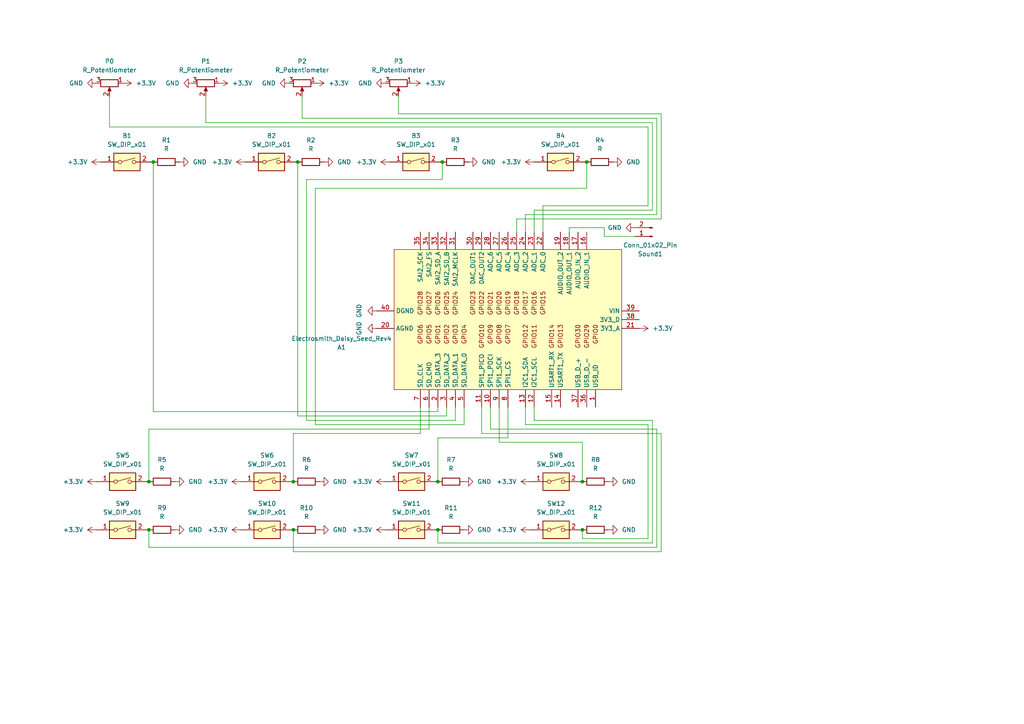
<source format=kicad_sch>
(kicad_sch (version 20230121) (generator eeschema)
  (paper "A4")
  (lib_symbols
    (symbol "Connector:Conn_01x02_Pin" (pin_names (offset 1.016) hide)
      (property "Reference" "J" (at 0 2.54 0))
      (property "Value" "Conn_01x02_Pin" (at 0 -5.08 0))
      (symbol "Conn_01x02_Pin_1_1"
        (polyline (pts (xy 1.27 -2.54) (xy 0.8636 -2.54)) (stroke (width 0.1524)))
        (polyline (pts (xy 1.27 0) (xy 0.8636 0)) (stroke (width 0.1524)))
        (rectangle (start 0.8636 -2.413) (end 0 -2.667) (stroke (width 0.1524)) (fill (type outline)))
        (rectangle (start 0.8636 0.127) (end 0 -0.127) (stroke (width 0.1524)) (fill (type outline)))
        (pin passive line (at 5.08 0 180) (length 3.81) (name "Pin_1") (number "1"))
        (pin passive line (at 5.08 -2.54 180) (length 3.81) (name "Pin_2") (number "2"))
      )
    )
    (symbol "Device:R" (pin_numbers hide) (pin_names (offset 0))
      (property "Reference" "R" (at 2.032 0 90))
      (property "Value" "R" (at 0 0 90))
      (symbol "R_0_1"
        (rectangle (start -1.016 -2.54) (end 1.016 2.54) (stroke (width 0.254)))
      )
      (symbol "R_1_1"
        (pin passive line (at 0 3.81 270) (length 1.27) (name "~") (number "1"))
        (pin passive line (at 0 -3.81 90) (length 1.27) (name "~") (number "2"))
      )
    )
    (symbol "Device:R_Potentiometer" (pin_names (offset 1.016) hide)
      (property "Reference" "RV" (at -4.445 0 90))
      (property "Value" "R_Potentiometer" (at -2.54 0 90))
      (symbol "R_Potentiometer_0_1"
        (polyline (pts (xy 2.54 0) (xy 1.524 0)))
        (polyline (pts (xy 1.143 0) (xy 2.286 0.508) (xy 2.286 -0.508) (xy 1.143 0)) (fill (type outline)))
        (rectangle (start 1.016 2.54) (end -1.016 -2.54) (stroke (width 0.254)))
      )
      (symbol "R_Potentiometer_1_1"
        (pin passive line (at 0 3.81 270) (length 1.27) (name "1") (number "1"))
        (pin passive line (at 3.81 0 180) (length 1.27) (name "2") (number "2"))
        (pin passive line (at 0 -3.81 90) (length 1.27) (name "3") (number "3"))
      )
    )
    (symbol "MCU_Module:Electrosmith_Daisy_Seed_Rev4"
      (property "Reference" "A" (at -20.32 34.29 0))
      (property "Value" "Electrosmith_Daisy_Seed_Rev4" (at 33.02 34.29 0))
      (symbol "Electrosmith_Daisy_Seed_Rev4_0_0"
        (text "GPIO0" (at 1.27 25.4 0) (effects (font (size 1.27 1.27)) (justify left)))
        (text "GPIO1" (at 1.27 -20.32 0) (effects (font (size 1.27 1.27)) (justify left)))
        (text "GPIO10" (at 1.27 -7.62 0) (effects (font (size 1.27 1.27)) (justify left)))
        (text "GPIO11" (at 1.27 7.62 0) (effects (font (size 1.27 1.27)) (justify left)))
        (text "GPIO12" (at 1.27 5.08 0) (effects (font (size 1.27 1.27)) (justify left)))
        (text "GPIO13" (at 1.27 15.24 0) (effects (font (size 1.27 1.27)) (justify left)))
        (text "GPIO14" (at 1.27 12.7 0) (effects (font (size 1.27 1.27)) (justify left)))
        (text "GPIO15" (at -1.27 10.16 0) (effects (font (size 1.27 1.27)) (justify right)))
        (text "GPIO16" (at -1.27 7.62 0) (effects (font (size 1.27 1.27)) (justify right)))
        (text "GPIO17" (at -1.27 5.08 0) (effects (font (size 1.27 1.27)) (justify right)))
        (text "GPIO18" (at -1.27 2.54 0) (effects (font (size 1.27 1.27)) (justify right)))
        (text "GPIO19" (at -1.27 0 0) (effects (font (size 1.27 1.27)) (justify right)))
        (text "GPIO2" (at 1.27 -17.78 0) (effects (font (size 1.27 1.27)) (justify left)))
        (text "GPIO20" (at -1.27 -2.54 0) (effects (font (size 1.27 1.27)) (justify right)))
        (text "GPIO21" (at -1.27 -5.08 0) (effects (font (size 1.27 1.27)) (justify right)))
        (text "GPIO22" (at -1.27 -7.62 0) (effects (font (size 1.27 1.27)) (justify right)))
        (text "GPIO23" (at -1.27 -10.16 0) (effects (font (size 1.27 1.27)) (justify right)))
        (text "GPIO24" (at -1.27 -15.24 0) (effects (font (size 1.27 1.27)) (justify right)))
        (text "GPIO25" (at -1.27 -17.78 0) (effects (font (size 1.27 1.27)) (justify right)))
        (text "GPIO26" (at -1.27 -20.32 0) (effects (font (size 1.27 1.27)) (justify right)))
        (text "GPIO27" (at -1.27 -22.86 0) (effects (font (size 1.27 1.27)) (justify right)))
        (text "GPIO28" (at -1.27 -25.4 0) (effects (font (size 1.27 1.27)) (justify right)))
        (text "GPIO29" (at 1.27 22.86 0) (effects (font (size 1.27 1.27)) (justify left)))
        (text "GPIO3" (at 1.27 -15.24 0) (effects (font (size 1.27 1.27)) (justify left)))
        (text "GPIO30" (at 1.27 20.32 0) (effects (font (size 1.27 1.27)) (justify left)))
        (text "GPIO4" (at 1.27 -12.7 0) (effects (font (size 1.27 1.27)) (justify left)))
        (text "GPIO5" (at 1.27 -22.86 0) (effects (font (size 1.27 1.27)) (justify left)))
        (text "GPIO6" (at 1.27 -25.4 0) (effects (font (size 1.27 1.27)) (justify left)))
        (text "GPIO7" (at 1.27 0 0) (effects (font (size 1.27 1.27)) (justify left)))
        (text "GPIO8" (at 1.27 -2.54 0) (effects (font (size 1.27 1.27)) (justify left)))
        (text "GPIO9" (at 1.27 -5.08 0) (effects (font (size 1.27 1.27)) (justify left)))
        (pin bidirectional line (at 25.4 25.4 180) (length 5.08) (name "USB_ID") (number "1"))
        (pin bidirectional line (at 25.4 -5.08 180) (length 5.08) (name "SPI1_POCI") (number "10"))
        (pin bidirectional line (at 25.4 -7.62 180) (length 5.08) (name "SPI1_PICO") (number "11"))
        (pin bidirectional line (at 25.4 7.62 180) (length 5.08) (name "I2C1_SCL") (number "12"))
        (pin bidirectional line (at 25.4 5.08 180) (length 5.08) (name "I2C1_SDA") (number "13"))
        (pin bidirectional line (at 25.4 15.24 180) (length 5.08) (name "USART1_TX") (number "14"))
        (pin bidirectional line (at 25.4 12.7 180) (length 5.08) (name "USART1_RX") (number "15"))
        (pin input line (at -25.4 22.86 0) (length 5.08) (name "AUDIO_IN_1") (number "16"))
        (pin input line (at -25.4 20.32 0) (length 5.08) (name "AUDIO_IN_2") (number "17"))
        (pin output line (at -25.4 17.78 0) (length 5.08) (name "AUDIO_OUT_1") (number "18"))
        (pin output line (at -25.4 15.24 0) (length 5.08) (name "AUDIO_OUT_2") (number "19"))
        (pin bidirectional line (at 25.4 -20.32 180) (length 5.08) (name "SD_DATA_3") (number "2"))
        (pin power_in line (at 2.54 -38.1 90) (length 5.08) (name "AGND") (number "20"))
        (pin power_out line (at 2.54 38.1 270) (length 5.08) (name "3V3_A") (number "21"))
        (pin bidirectional line (at -25.4 10.16 0) (length 5.08) (name "ADC_0") (number "22"))
        (pin bidirectional line (at -25.4 7.62 0) (length 5.08) (name "ADC_1") (number "23"))
        (pin bidirectional line (at -25.4 5.08 0) (length 5.08) (name "ADC_2") (number "24"))
        (pin bidirectional line (at -25.4 2.54 0) (length 5.08) (name "ADC_3") (number "25"))
        (pin bidirectional line (at -25.4 0 0) (length 5.08) (name "ADC_4") (number "26"))
        (pin bidirectional line (at -25.4 -2.54 0) (length 5.08) (name "ADC_5") (number "27"))
        (pin bidirectional line (at -25.4 -5.08 0) (length 5.08) (name "ADC_6") (number "28"))
        (pin bidirectional line (at -25.4 -7.62 0) (length 5.08) (name "DAC_OUT2") (number "29"))
        (pin bidirectional line (at 25.4 -17.78 180) (length 5.08) (name "SD_DATA_2") (number "3"))
        (pin bidirectional line (at -25.4 -10.16 0) (length 5.08) (name "DAC_OUT1") (number "30"))
        (pin bidirectional line (at -25.4 -15.24 0) (length 5.08) (name "SAI2_MCLK") (number "31"))
        (pin bidirectional line (at -25.4 -17.78 0) (length 5.08) (name "SAI2_SD_B") (number "32"))
        (pin bidirectional line (at -25.4 -20.32 0) (length 5.08) (name "SAI2_SD_A") (number "33"))
        (pin bidirectional line (at -25.4 -22.86 0) (length 5.08) (name "SAI2_FS") (number "34"))
        (pin bidirectional line (at -25.4 -25.4 0) (length 5.08) (name "SAI2_SCK") (number "35"))
        (pin bidirectional line (at 25.4 22.86 180) (length 5.08) (name "USB_D_-") (number "36"))
        (pin bidirectional line (at 25.4 20.32 180) (length 5.08) (name "USB_D_+") (number "37"))
        (pin power_out line (at 0 38.1 270) (length 5.08) (name "3V3_D") (number "38"))
        (pin power_in line (at -2.54 38.1 270) (length 5.08) (name "VIN") (number "39"))
        (pin bidirectional line (at 25.4 -15.24 180) (length 5.08) (name "SD_DATA_1") (number "4"))
        (pin power_in line (at -2.54 -38.1 90) (length 5.08) (name "DGND") (number "40"))
        (pin bidirectional line (at 25.4 -12.7 180) (length 5.08) (name "SD_DATA_0") (number "5"))
        (pin bidirectional line (at 25.4 -22.86 180) (length 5.08) (name "SD_CMD") (number "6"))
        (pin bidirectional line (at 25.4 -25.4 180) (length 5.08) (name "SD_CLK") (number "7"))
        (pin bidirectional line (at 25.4 0 180) (length 5.08) (name "SPI1_CS") (number "8"))
        (pin bidirectional line (at 25.4 -2.54 180) (length 5.08) (name "SPI1_SCK") (number "9"))
      )
      (symbol "Electrosmith_Daisy_Seed_Rev4_0_1"
        (rectangle (start -20.32 33.02) (end 20.32 -33.02) (fill (type background)))
      )
    )
    (symbol "Switch:SW_DIP_x01" (pin_names (offset 0) hide)
      (property "Reference" "SW" (at 0 3.81 0))
      (property "Value" "SW_DIP_x01" (at 0 -3.81 0))
      (symbol "SW_DIP_x01_0_0"
        (circle (center -2.032 0) (radius 0.508))
        (polyline (pts (xy -1.524 0.127) (xy 2.3622 1.1684)))
        (circle (center 2.032 0) (radius 0.508))
      )
      (symbol "SW_DIP_x01_0_1"
        (rectangle (start -3.81 2.54) (end 3.81 -2.54) (stroke (width 0.254)) (fill (type background)))
      )
      (symbol "SW_DIP_x01_1_1"
        (pin passive line (at -7.62 0 0) (length 5.08) (name "~") (number "1"))
        (pin passive line (at 7.62 0 180) (length 5.08) (name "~") (number "2"))
      )
    )
    (symbol "power:+3.3V" (power) (pin_names (offset 0))
      (property "Value" "+3.3V" (at 0 3.556 0))
      (symbol "+3.3V_0_1"
        (polyline (pts (xy -0.762 1.27) (xy 0 2.54)))
        (polyline (pts (xy 0 0) (xy 0 2.54)))
        (polyline (pts (xy 0 2.54) (xy 0.762 1.27)))
      )
      (symbol "+3.3V_1_1"
        (pin power_in line (at 0 0 90) (length 0) hide (name "+3.3V") (number "1"))
      )
    )
    (symbol "power:GND" (power) (pin_names (offset 0))
      (property "Value" "GND" (at 0 -3.81 0))
      (symbol "GND_0_1"
        (polyline (pts (xy 0 0) (xy 0 -1.27) (xy 1.27 -1.27) (xy 0 -2.54) (xy -1.27 -1.27) (xy 0 -1.27)))
      )
      (symbol "GND_1_1"
        (pin power_in line (at 0 0 270) (length 0) hide (name "GND") (number "1"))
      )
    )
  )
  (junction (at 170.18 46.99))
  (junction (at 85.09 153.67))
  (junction (at 127 153.67))
  (junction (at 44.45 46.99))
  (junction (at 43.18 139.7))
  (junction (at 168.91 153.67))
  (junction (at 128.27 46.99))
  (junction (at 86.36 46.99))
  (junction (at 43.18 153.67))
  (junction (at 168.91 139.7))
  (junction (at 85.09 139.7))
  (junction (at 127 139.7))
  (wire (pts (xy 147.32 127) (xy 147.32 118.11)))
  (wire (pts (xy 187.96 59.69) (xy 157.48 59.69)))
  (wire (pts (xy 187.96 156.21) (xy 187.96 123.19)))
  (wire (pts (xy 189.23 60.96) (xy 154.94 60.96)))
  (wire (pts (xy 124.46 124.46) (xy 43.18 124.46)))
  (wire (pts (xy 168.91 153.67) (xy 168.91 156.21)))
  (wire (pts (xy 127 127) (xy 147.32 127)))
  (wire (pts (xy 43.18 158.75) (xy 190.5 158.75)))
  (wire (pts (xy 87.63 27.94) (xy 87.63 34.29)))
  (wire (pts (xy 43.18 124.46) (xy 43.18 139.7)))
  (wire (pts (xy 175.26 68.58) (xy 175.26 66.04)))
  (wire (pts (xy 190.5 158.75) (xy 190.5 124.46)))
  (wire (pts (xy 134.62 123.19) (xy 91.44 123.19)))
  (wire (pts (xy 115.57 33.02) (xy 191.77 33.02)))
  (wire (pts (xy 88.9 121.92) (xy 88.9 52.07)))
  (wire (pts (xy 86.36 46.99) (xy 86.36 120.65)))
  (wire (pts (xy 128.27 52.07) (xy 128.27 46.99)))
  (wire (pts (xy 157.48 59.69) (xy 157.48 67.31)))
  (wire (pts (xy 144.78 128.27) (xy 144.78 118.11)))
  (wire (pts (xy 132.08 121.92) (xy 88.9 121.92)))
  (wire (pts (xy 43.18 153.67) (xy 43.18 158.75)))
  (wire (pts (xy 132.08 118.11) (xy 132.08 121.92)))
  (wire (pts (xy 127 119.38) (xy 44.45 119.38)))
  (wire (pts (xy 189.23 35.56) (xy 189.23 60.96)))
  (wire (pts (xy 86.36 120.65) (xy 129.54 120.65)))
  (wire (pts (xy 191.77 33.02) (xy 191.77 63.5)))
  (wire (pts (xy 168.91 128.27) (xy 144.78 128.27)))
  (wire (pts (xy 191.77 63.5) (xy 149.86 63.5)))
  (wire (pts (xy 152.4 62.23) (xy 152.4 67.31)))
  (wire (pts (xy 168.91 139.7) (xy 168.91 128.27)))
  (wire (pts (xy 88.9 52.07) (xy 128.27 52.07)))
  (wire (pts (xy 170.18 54.61) (xy 170.18 46.99)))
  (wire (pts (xy 191.77 160.02) (xy 85.09 160.02)))
  (wire (pts (xy 85.09 160.02) (xy 85.09 153.67)))
  (wire (pts (xy 127 157.48) (xy 189.23 157.48)))
  (wire (pts (xy 168.91 156.21) (xy 187.96 156.21)))
  (wire (pts (xy 187.96 36.83) (xy 187.96 59.69)))
  (wire (pts (xy 154.94 60.96) (xy 154.94 67.31)))
  (wire (pts (xy 59.69 35.56) (xy 189.23 35.56)))
  (wire (pts (xy 187.96 123.19) (xy 152.4 123.19)))
  (wire (pts (xy 152.4 123.19) (xy 152.4 118.11)))
  (wire (pts (xy 184.15 68.58) (xy 175.26 68.58)))
  (wire (pts (xy 31.75 36.83) (xy 187.96 36.83)))
  (wire (pts (xy 142.24 124.46) (xy 142.24 118.11)))
  (wire (pts (xy 85.09 125.73) (xy 121.92 125.73)))
  (wire (pts (xy 91.44 54.61) (xy 170.18 54.61)))
  (wire (pts (xy 139.7 125.73) (xy 191.77 125.73)))
  (wire (pts (xy 127 153.67) (xy 127 157.48)))
  (wire (pts (xy 134.62 118.11) (xy 134.62 123.19)))
  (wire (pts (xy 59.69 27.94) (xy 59.69 35.56)))
  (wire (pts (xy 124.46 118.11) (xy 124.46 124.46)))
  (wire (pts (xy 129.54 120.65) (xy 129.54 118.11)))
  (wire (pts (xy 190.5 34.29) (xy 190.5 62.23)))
  (wire (pts (xy 175.26 66.04) (xy 165.1 66.04)))
  (wire (pts (xy 149.86 63.5) (xy 149.86 67.31)))
  (wire (pts (xy 189.23 121.92) (xy 154.94 121.92)))
  (wire (pts (xy 189.23 157.48) (xy 189.23 121.92)))
  (wire (pts (xy 91.44 123.19) (xy 91.44 54.61)))
  (wire (pts (xy 127 127) (xy 127 139.7)))
  (wire (pts (xy 139.7 118.11) (xy 139.7 125.73)))
  (wire (pts (xy 165.1 66.04) (xy 165.1 67.31)))
  (wire (pts (xy 190.5 62.23) (xy 152.4 62.23)))
  (wire (pts (xy 127 118.11) (xy 127 119.38)))
  (wire (pts (xy 31.75 27.94) (xy 31.75 36.83)))
  (wire (pts (xy 85.09 125.73) (xy 85.09 139.7)))
  (wire (pts (xy 154.94 121.92) (xy 154.94 118.11)))
  (wire (pts (xy 190.5 124.46) (xy 142.24 124.46)))
  (wire (pts (xy 121.92 125.73) (xy 121.92 118.11)))
  (wire (pts (xy 44.45 119.38) (xy 44.45 46.99)))
  (wire (pts (xy 115.57 27.94) (xy 115.57 33.02)))
  (wire (pts (xy 191.77 125.73) (xy 191.77 160.02)))
  (wire (pts (xy 87.63 34.29) (xy 190.5 34.29)))
  (symbol (lib_id "Device:R") (at 48.26 46.99 90) (unit 1)
    (property "Reference" "R1" (at 48.26 40.64 90))
    (property "Value" "R" (at 48.26 43.18 90))
    (property "Footprint" "Resistor_THT:R_Axial_DIN0204_L3.6mm_D1.6mm_P7.62mm_Horizontal" (effects hide))
  )
  (symbol (lib_id "power:+3.3V") (at 71.12 46.99 90) (unit 1)
    (property "Reference" "#PWR013" (effects hide))
    (property "Value" "+3.3V" (at 67.31 46.99 90) (effects (justify left)))
  )
  (symbol (lib_id "power:+3.3V") (at 153.67 139.7 90) (unit 1)
    (property "Reference" "#PWR025" (effects hide))
    (property "Value" "+3.3V" (at 149.86 139.7 90) (effects (justify left)))
  )
  (symbol (lib_id "Switch:SW_DIP_x01") (at 36.83 46.99 0) (unit 1)
    (property "Reference" "B1" (at 36.83 39.37 0))
    (property "Value" "SW_DIP_x01" (at 36.83 41.91 0))
    (property "Footprint" "Connector_PinHeader_2.54mm:PinHeader_1x02_P2.54mm_Vertical" (effects hide))
  )
  (symbol (lib_id "Device:R_Potentiometer") (at 87.63 24.13 270) (unit 1)
    (property "Reference" "P2" (at 87.63 17.78 90))
    (property "Value" "R_Potentiometer" (at 87.63 20.32 90))
    (property "Footprint" "Connector_PinHeader_2.54mm:PinHeader_1x03_P2.54mm_Vertical" (effects hide))
  )
  (symbol (lib_id "Device:R") (at 46.99 139.7 90) (unit 1)
    (property "Reference" "R5" (at 46.99 133.35 90))
    (property "Value" "R" (at 46.99 135.89 90))
    (property "Footprint" "Resistor_THT:R_Axial_DIN0204_L3.6mm_D1.6mm_P7.62mm_Horizontal" (effects hide))
  )
  (symbol (lib_id "power:+3.3V") (at 35.56 24.13 270) (unit 1)
    (property "Reference" "#PWR04" (effects hide))
    (property "Value" "+3.3V" (at 39.37 24.13 90) (effects (justify left)))
  )
  (symbol (lib_id "Device:R") (at 173.99 46.99 90) (unit 1)
    (property "Reference" "R4" (at 173.99 40.64 90))
    (property "Value" "R" (at 173.99 43.18 90))
    (property "Footprint" "Resistor_THT:R_Axial_DIN0204_L3.6mm_D1.6mm_P7.62mm_Horizontal" (effects hide))
  )
  (symbol (lib_id "power:GND") (at 109.22 95.25 270) (unit 1)
    (property "Reference" "#PWR02" (effects hide))
    (property "Value" "GND" (at 104.14 95.25 0))
  )
  (symbol (lib_id "power:+3.3V") (at 185.42 95.25 270) (unit 1)
    (property "Reference" "#PWR035" (effects hide))
    (property "Value" "+3.3V" (at 189.23 95.25 90) (effects (justify left)))
  )
  (symbol (lib_id "power:GND") (at 134.62 153.67 90) (unit 1)
    (property "Reference" "#PWR031" (effects hide))
    (property "Value" "GND" (at 138.43 153.67 90) (effects (justify right)))
  )
  (symbol (lib_id "power:GND") (at 176.53 153.67 90) (unit 1)
    (property "Reference" "#PWR034" (effects hide))
    (property "Value" "GND" (at 180.34 153.67 90) (effects (justify right)))
  )
  (symbol (lib_id "Switch:SW_DIP_x01") (at 77.47 153.67 0) (unit 1)
    (property "Reference" "SW10" (at 77.47 146.05 0))
    (property "Value" "SW_DIP_x01" (at 77.47 148.59 0))
    (property "Footprint" "Connector_PinHeader_2.54mm:PinHeader_1x02_P2.54mm_Vertical" (effects hide))
  )
  (symbol (lib_id "power:GND") (at 111.76 24.13 270) (unit 1)
    (property "Reference" "#PWR09" (effects hide))
    (property "Value" "GND" (at 107.95 24.13 90) (effects (justify right)))
  )
  (symbol (lib_id "Device:R") (at 172.72 153.67 90) (unit 1)
    (property "Reference" "R12" (at 172.72 147.32 90))
    (property "Value" "R" (at 172.72 149.86 90))
    (property "Footprint" "Resistor_THT:R_Axial_DIN0204_L3.6mm_D1.6mm_P7.62mm_Horizontal" (effects hide))
  )
  (symbol (lib_id "Device:R") (at 46.99 153.67 90) (unit 1)
    (property "Reference" "R9" (at 46.99 147.32 90))
    (property "Value" "R" (at 46.99 149.86 90))
    (property "Footprint" "Resistor_THT:R_Axial_DIN0204_L3.6mm_D1.6mm_P7.62mm_Horizontal" (effects hide))
  )
  (symbol (lib_id "Device:R") (at 90.17 46.99 90) (unit 1)
    (property "Reference" "R2" (at 90.17 40.64 90))
    (property "Value" "R" (at 90.17 43.18 90))
    (property "Footprint" "Resistor_THT:R_Axial_DIN0204_L3.6mm_D1.6mm_P7.62mm_Horizontal" (effects hide))
  )
  (symbol (lib_id "Device:R") (at 130.81 139.7 90) (unit 1)
    (property "Reference" "R7" (at 130.81 133.35 90))
    (property "Value" "R" (at 130.81 135.89 90))
    (property "Footprint" "Resistor_THT:R_Axial_DIN0204_L3.6mm_D1.6mm_P7.62mm_Horizontal" (effects hide))
  )
  (symbol (lib_id "power:+3.3V") (at 153.67 153.67 90) (unit 1)
    (property "Reference" "#PWR032" (effects hide))
    (property "Value" "+3.3V" (at 149.86 153.67 90) (effects (justify left)))
  )
  (symbol (lib_id "power:GND") (at 135.89 46.99 90) (unit 1)
    (property "Reference" "#PWR016" (effects hide))
    (property "Value" "GND" (at 139.7 46.99 90) (effects (justify right)))
  )
  (symbol (lib_id "Switch:SW_DIP_x01") (at 35.56 153.67 0) (unit 1)
    (property "Reference" "SW9" (at 35.56 146.05 0))
    (property "Value" "SW_DIP_x01" (at 35.56 148.59 0))
    (property "Footprint" "Connector_PinHeader_2.54mm:PinHeader_1x02_P2.54mm_Vertical" (effects hide))
  )
  (symbol (lib_id "power:+3.3V") (at 63.5 24.13 270) (unit 1)
    (property "Reference" "#PWR06" (effects hide))
    (property "Value" "+3.3V" (at 67.31 24.13 90) (effects (justify left)))
  )
  (symbol (lib_id "Device:R_Potentiometer") (at 31.75 24.13 270) (unit 1)
    (property "Reference" "P0" (at 31.75 17.78 90))
    (property "Value" "R_Potentiometer" (at 31.75 20.32 90))
    (property "Footprint" "Connector_PinHeader_2.54mm:PinHeader_1x03_P2.54mm_Vertical" (effects hide))
  )
  (symbol (lib_id "power:GND") (at 176.53 139.7 90) (unit 1)
    (property "Reference" "#PWR033" (effects hide))
    (property "Value" "GND" (at 180.34 139.7 90) (effects (justify right)))
  )
  (symbol (lib_id "Switch:SW_DIP_x01") (at 161.29 153.67 0) (unit 1)
    (property "Reference" "SW12" (at 161.29 146.05 0))
    (property "Value" "SW_DIP_x01" (at 161.29 148.59 0))
    (property "Footprint" "Connector_PinHeader_2.54mm:PinHeader_1x02_P2.54mm_Vertical" (effects hide))
  )
  (symbol (lib_id "power:GND") (at 83.82 24.13 270) (unit 1)
    (property "Reference" "#PWR07" (effects hide))
    (property "Value" "GND" (at 80.01 24.13 90) (effects (justify right)))
  )
  (symbol (lib_id "power:+3.3V") (at 113.03 46.99 90) (unit 1)
    (property "Reference" "#PWR015" (effects hide))
    (property "Value" "+3.3V" (at 109.22 46.99 90) (effects (justify left)))
  )
  (symbol (lib_id "Switch:SW_DIP_x01") (at 77.47 139.7 0) (unit 1)
    (property "Reference" "SW6" (at 77.47 132.08 0))
    (property "Value" "SW_DIP_x01" (at 77.47 134.62 0))
    (property "Footprint" "Connector_PinHeader_2.54mm:PinHeader_1x02_P2.54mm_Vertical" (effects hide))
  )
  (symbol (lib_id "Switch:SW_DIP_x01") (at 78.74 46.99 0) (unit 1)
    (property "Reference" "B2" (at 78.74 39.37 0))
    (property "Value" "SW_DIP_x01" (at 78.74 41.91 0))
    (property "Footprint" "Connector_PinHeader_2.54mm:PinHeader_1x02_P2.54mm_Vertical" (effects hide))
  )
  (symbol (lib_id "power:GND") (at 134.62 139.7 90) (unit 1)
    (property "Reference" "#PWR024" (effects hide))
    (property "Value" "GND" (at 138.43 139.7 90) (effects (justify right)))
  )
  (symbol (lib_id "power:GND") (at 92.71 139.7 90) (unit 1)
    (property "Reference" "#PWR022" (effects hide))
    (property "Value" "GND" (at 96.52 139.7 90) (effects (justify right)))
  )
  (symbol (lib_id "power:GND") (at 92.71 153.67 90) (unit 1)
    (property "Reference" "#PWR029" (effects hide))
    (property "Value" "GND" (at 96.52 153.67 90) (effects (justify right)))
  )
  (symbol (lib_id "Switch:SW_DIP_x01") (at 119.38 153.67 0) (unit 1)
    (property "Reference" "SW11" (at 119.38 146.05 0))
    (property "Value" "SW_DIP_x01" (at 119.38 148.59 0))
    (property "Footprint" "Connector_PinHeader_2.54mm:PinHeader_1x02_P2.54mm_Vertical" (effects hide))
  )
  (symbol (lib_id "Switch:SW_DIP_x01") (at 119.38 139.7 0) (unit 1)
    (property "Reference" "SW7" (at 119.38 132.08 0))
    (property "Value" "SW_DIP_x01" (at 119.38 134.62 0))
    (property "Footprint" "Connector_PinHeader_2.54mm:PinHeader_1x02_P2.54mm_Vertical" (effects hide))
  )
  (symbol (lib_id "Device:R_Potentiometer") (at 115.57 24.13 270) (unit 1)
    (property "Reference" "P3" (at 115.57 17.78 90))
    (property "Value" "R_Potentiometer" (at 115.57 20.32 90))
    (property "Footprint" "Connector_PinHeader_2.54mm:PinHeader_1x03_P2.54mm_Vertical" (effects hide))
  )
  (symbol (lib_id "Switch:SW_DIP_x01") (at 162.56 46.99 0) (unit 1)
    (property "Reference" "B4" (at 162.56 39.37 0))
    (property "Value" "SW_DIP_x01" (at 162.56 41.91 0))
    (property "Footprint" "Connector_PinHeader_2.54mm:PinHeader_1x02_P2.54mm_Vertical" (effects hide))
  )
  (symbol (lib_id "power:GND") (at 52.07 46.99 90) (unit 1)
    (property "Reference" "#PWR012" (effects hide))
    (property "Value" "GND" (at 55.88 46.99 90) (effects (justify right)))
  )
  (symbol (lib_id "power:GND") (at 50.8 153.67 90) (unit 1)
    (property "Reference" "#PWR027" (effects hide))
    (property "Value" "GND" (at 54.61 153.67 90) (effects (justify right)))
  )
  (symbol (lib_id "power:+3.3V") (at 111.76 153.67 90) (unit 1)
    (property "Reference" "#PWR030" (effects hide))
    (property "Value" "+3.3V" (at 107.95 153.67 90) (effects (justify left)))
  )
  (symbol (lib_id "power:+3.3V") (at 111.76 139.7 90) (unit 1)
    (property "Reference" "#PWR023" (effects hide))
    (property "Value" "+3.3V" (at 107.95 139.7 90) (effects (justify left)))
  )
  (symbol (lib_id "Device:R") (at 88.9 153.67 90) (unit 1)
    (property "Reference" "R10" (at 88.9 147.32 90))
    (property "Value" "R" (at 88.9 149.86 90))
    (property "Footprint" "Resistor_THT:R_Axial_DIN0204_L3.6mm_D1.6mm_P7.62mm_Horizontal" (effects hide))
  )
  (symbol (lib_id "Device:R") (at 88.9 139.7 90) (unit 1)
    (property "Reference" "R6" (at 88.9 133.35 90))
    (property "Value" "R" (at 88.9 135.89 90))
    (property "Footprint" "Resistor_THT:R_Axial_DIN0204_L3.6mm_D1.6mm_P7.62mm_Horizontal" (effects hide))
  )
  (symbol (lib_id "power:+3.3V") (at 27.94 153.67 90) (unit 1)
    (property "Reference" "#PWR026" (effects hide))
    (property "Value" "+3.3V" (at 24.13 153.67 90) (effects (justify left)))
  )
  (symbol (lib_id "power:GND") (at 27.94 24.13 270) (unit 1)
    (property "Reference" "#PWR03" (effects hide))
    (property "Value" "GND" (at 24.13 24.13 90) (effects (justify right)))
  )
  (symbol (lib_id "power:+3.3V") (at 119.38 24.13 270) (unit 1)
    (property "Reference" "#PWR010" (effects hide))
    (property "Value" "+3.3V" (at 123.19 24.13 90) (effects (justify left)))
  )
  (symbol (lib_id "Device:R_Potentiometer") (at 59.69 24.13 270) (unit 1)
    (property "Reference" "P1" (at 59.69 17.78 90))
    (property "Value" "R_Potentiometer" (at 59.69 20.32 90))
    (property "Footprint" "Connector_PinHeader_2.54mm:PinHeader_1x03_P2.54mm_Vertical" (effects hide))
  )
  (symbol (lib_id "power:+3.3V") (at 27.94 139.7 90) (unit 1)
    (property "Reference" "#PWR019" (effects hide))
    (property "Value" "+3.3V" (at 24.13 139.7 90) (effects (justify left)))
  )
  (symbol (lib_id "power:GND") (at 55.88 24.13 270) (unit 1)
    (property "Reference" "#PWR05" (effects hide))
    (property "Value" "GND" (at 52.07 24.13 90) (effects (justify right)))
  )
  (symbol (lib_id "power:GND") (at 93.98 46.99 90) (unit 1)
    (property "Reference" "#PWR014" (effects hide))
    (property "Value" "GND" (at 97.79 46.99 90) (effects (justify right)))
  )
  (symbol (lib_id "Connector:Conn_01x02_Pin") (at 189.23 68.58 180) (unit 1)
    (property "Reference" "Sound1" (at 188.595 73.66 0))
    (property "Value" "Conn_01x02_Pin" (at 188.595 71.12 0))
    (property "Footprint" "Connector_PinHeader_2.54mm:PinHeader_1x02_P2.54mm_Vertical" (effects hide))
  )
  (symbol (lib_id "power:GND") (at 177.8 46.99 90) (unit 1)
    (property "Reference" "#PWR018" (effects hide))
    (property "Value" "GND" (at 181.61 46.99 90) (effects (justify right)))
  )
  (symbol (lib_id "MCU_Module:Electrosmith_Daisy_Seed_Rev4") (at 147.32 92.71 270) (unit 1)
    (property "Reference" "A1" (at 99.06 100.7461 90))
    (property "Value" "Electrosmith_Daisy_Seed_Rev4" (at 99.06 98.2061 90))
    (property "Footprint" "Module:Electrosmith_Daisy_Seed" (effects hide))
    (property "Datasheet" "https://static1.squarespace.com/static/58d03fdc1b10e3bf442567b8/t/6227e6236f02fb68d1577146/1646781988478/Daisy_Seed_datasheet_v1.0.3.pdf" (effects hide))
  )
  (symbol (lib_id "power:GND") (at 184.15 66.04 270) (unit 1)
    (property "Reference" "#PWR036" (effects hide))
    (property "Value" "GND" (at 180.34 66.04 90) (effects (justify right)))
  )
  (symbol (lib_id "power:+3.3V") (at 91.44 24.13 270) (unit 1)
    (property "Reference" "#PWR08" (effects hide))
    (property "Value" "+3.3V" (at 95.25 24.13 90) (effects (justify left)))
  )
  (symbol (lib_id "power:+3.3V") (at 154.94 46.99 90) (unit 1)
    (property "Reference" "#PWR017" (effects hide))
    (property "Value" "+3.3V" (at 151.13 46.99 90) (effects (justify left)))
  )
  (symbol (lib_id "Device:R") (at 132.08 46.99 90) (unit 1)
    (property "Reference" "R3" (at 132.08 40.64 90))
    (property "Value" "R" (at 132.08 43.18 90))
    (property "Footprint" "Resistor_THT:R_Axial_DIN0204_L3.6mm_D1.6mm_P7.62mm_Horizontal" (effects hide))
  )
  (symbol (lib_id "power:+3.3V") (at 29.21 46.99 90) (unit 1)
    (property "Reference" "#PWR011" (effects hide))
    (property "Value" "+3.3V" (at 25.4 46.99 90) (effects (justify left)))
  )
  (symbol (lib_id "power:GND") (at 109.22 90.17 270) (unit 1)
    (property "Reference" "#PWR01" (effects hide))
    (property "Value" "GND" (at 104.14 90.17 0))
  )
  (symbol (lib_id "power:+3.3V") (at 69.85 153.67 90) (unit 1)
    (property "Reference" "#PWR028" (effects hide))
    (property "Value" "+3.3V" (at 66.04 153.67 90) (effects (justify left)))
  )
  (symbol (lib_id "Device:R") (at 172.72 139.7 90) (unit 1)
    (property "Reference" "R8" (at 172.72 133.35 90))
    (property "Value" "R" (at 172.72 135.89 90))
    (property "Footprint" "Resistor_THT:R_Axial_DIN0204_L3.6mm_D1.6mm_P7.62mm_Horizontal" (effects hide))
  )
  (symbol (lib_id "power:GND") (at 50.8 139.7 90) (unit 1)
    (property "Reference" "#PWR020" (effects hide))
    (property "Value" "GND" (at 54.61 139.7 90) (effects (justify right)))
  )
  (symbol (lib_id "Switch:SW_DIP_x01") (at 161.29 139.7 0) (unit 1)
    (property "Reference" "SW8" (at 161.29 132.08 0))
    (property "Value" "SW_DIP_x01" (at 161.29 134.62 0))
    (property "Footprint" "Connector_PinHeader_2.54mm:PinHeader_1x02_P2.54mm_Vertical" (effects hide))
  )
  (symbol (lib_id "Switch:SW_DIP_x01") (at 120.65 46.99 0) (unit 1)
    (property "Reference" "B3" (at 120.65 39.37 0))
    (property "Value" "SW_DIP_x01" (at 120.65 41.91 0))
    (property "Footprint" "Connector_PinHeader_2.54mm:PinHeader_1x02_P2.54mm_Vertical" (effects hide))
  )
  (symbol (lib_id "Device:R") (at 130.81 153.67 90) (unit 1)
    (property "Reference" "R11" (at 130.81 147.32 90))
    (property "Value" "R" (at 130.81 149.86 90))
    (property "Footprint" "Resistor_THT:R_Axial_DIN0204_L3.6mm_D1.6mm_P7.62mm_Horizontal" (effects hide))
  )
  (symbol (lib_id "Switch:SW_DIP_x01") (at 35.56 139.7 0) (unit 1)
    (property "Reference" "SW5" (at 35.56 132.08 0))
    (property "Value" "SW_DIP_x01" (at 35.56 134.62 0))
    (property "Footprint" "Connector_PinHeader_2.54mm:PinHeader_1x02_P2.54mm_Vertical" (effects hide))
  )
  (symbol (lib_id "power:+3.3V") (at 69.85 139.7 90) (unit 1)
    (property "Reference" "#PWR021" (effects hide))
    (property "Value" "+3.3V" (at 66.04 139.7 90) (effects (justify left)))
  )
)
</source>
